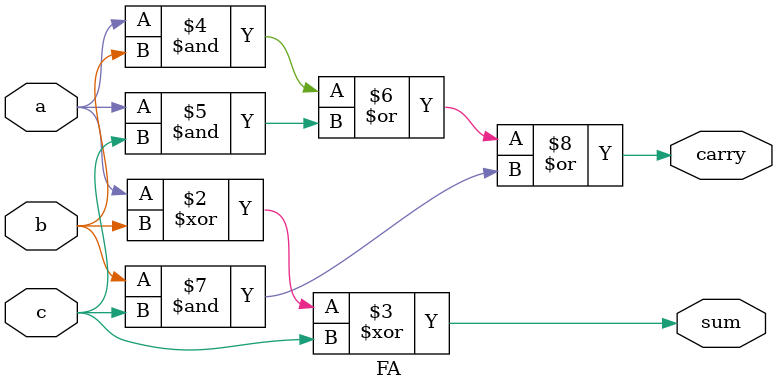
<source format=v>
module FA(a,b,c,sum,carry);
input a,b,c;
output reg sum,carry;
always@(*)
 begin
  sum = a^b^c;
  carry = (a&b)|(a&c)|(b&c);
 end
 endmodule

</source>
